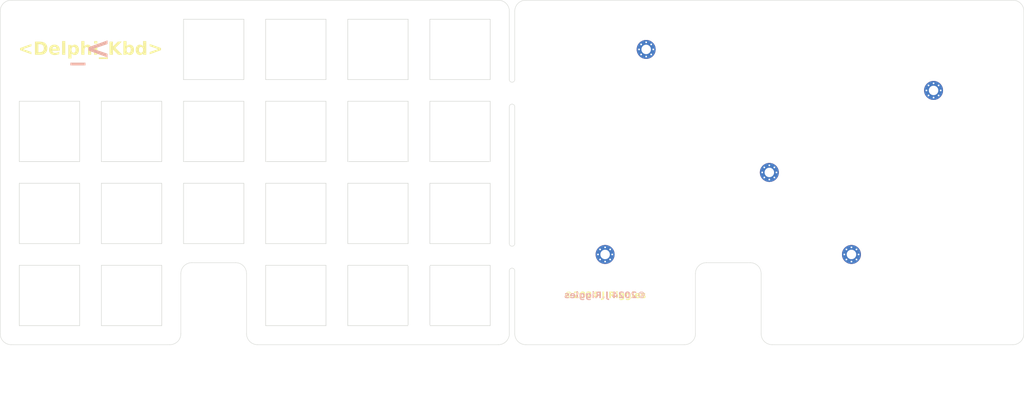
<source format=kicad_pcb>
(kicad_pcb (version 20221018) (generator pcbnew)
  (layers (0 "F.Cu" signal) (31 "B.Cu" signal) (34 "B.Paste" user) (35 "F.Paste" user) (36 "B.SilkS" user "B.Silkscreen") (37 "F.SilkS" user "F.Silkscreen") (38 "B.Mask" user) (39 "F.Mask" user) (44 "Edge.Cuts" user))
  (net 0 "")
  (footprint "kbd:Breakaway_Tabs" (layer "F.Cu") (at 122.555 93.345)
    (fp_text reference "REF**")
    (fp_text value "Breakaway_Tabs")
    (pad "" np_thru_hole circle (at -2.375 0) (size 0.3 0.3) (drill 0.3) (layers "*.Cu" "*.Mask"))
    (pad "" np_thru_hole circle (at -1.78125 0) (size 0.3 0.3) (drill 0.3) (layers "*.Cu" "*.Mask"))
    (pad "" np_thru_hole circle (at -1.1875 0) (size 0.3 0.3) (drill 0.3) (layers "*.Cu" "*.Mask"))
    (pad "" np_thru_hole circle (at -0.59375 0) (size 0.3 0.3) (drill 0.3) (layers "*.Cu" "*.Mask"))
    (pad "" np_thru_hole circle (at 0 0) (size 0.3 0.3) (drill 0.3) (layers "*.Cu" "*.Mask"))
    (pad "" np_thru_hole circle (at 0.59375 0) (size 0.3 0.3) (drill 0.3) (layers "*.Cu" "*.Mask"))
    (pad "" np_thru_hole circle (at 1.1875 0) (size 0.3 0.3) (drill 0.3) (layers "*.Cu" "*.Mask"))
    (pad "" np_thru_hole circle (at 1.78125 0) (size 0.3 0.3) (drill 0.3) (layers "*.Cu" "*.Mask"))
    (pad "" np_thru_hole circle (at 2.375 0) (size 0.3 0.3) (drill 0.3) (layers "*.Cu" "*.Mask"))
  )
  (footprint "kbd:SW_Hole" (layer "F.Cu") (at 93.98 100.33)
    (fp_text reference "SW42" hide)
    (fp_text value "KEY_SWITCH" hide)
    (fp_line (start -7 -7) (end -7 7) (stroke (width 0.12)) (layer "Edge.Cuts"))
    (fp_line (start -7 7) (end 7 7) (stroke (width 0.12)) (layer "Edge.Cuts"))
    (fp_line (start 7 -7) (end -7 -7) (stroke (width 0.12)) (layer "Edge.Cuts"))
    (fp_line (start 7 7) (end 7 -7) (stroke (width 0.12)) (layer "Edge.Cuts"))
  )
  (footprint "kbd:SW_Hole" (layer "F.Cu") (at 36.83 81.28)
    (fp_text reference "SW33" hide)
    (fp_text value "KEY_SWITCH" hide)
    (fp_line (start -7 -7) (end -7 7) (stroke (width 0.12)) (layer "Edge.Cuts"))
    (fp_line (start -7 7) (end 7 7) (stroke (width 0.12)) (layer "Edge.Cuts"))
    (fp_line (start 7 -7) (end -7 -7) (stroke (width 0.12)) (layer "Edge.Cuts"))
    (fp_line (start 7 7) (end 7 -7) (stroke (width 0.12)) (layer "Edge.Cuts"))
  )
  (footprint "kbd:Breakaway_Tabs" (layer "F.Cu") (at 122.555 107.315)
    (fp_text reference "REF**")
    (fp_text value "Breakaway_Tabs")
    (pad "" np_thru_hole circle (at -2.375 0) (size 0.3 0.3) (drill 0.3) (layers "*.Cu" "*.Mask"))
    (pad "" np_thru_hole circle (at -1.78125 0) (size 0.3 0.3) (drill 0.3) (layers "*.Cu" "*.Mask"))
    (pad "" np_thru_hole circle (at -1.1875 0) (size 0.3 0.3) (drill 0.3) (layers "*.Cu" "*.Mask"))
    (pad "" np_thru_hole circle (at -0.59375 0) (size 0.3 0.3) (drill 0.3) (layers "*.Cu" "*.Mask"))
    (pad "" np_thru_hole circle (at 0 0) (size 0.3 0.3) (drill 0.3) (layers "*.Cu" "*.Mask"))
    (pad "" np_thru_hole circle (at 0.59375 0) (size 0.3 0.3) (drill 0.3) (layers "*.Cu" "*.Mask"))
    (pad "" np_thru_hole circle (at 1.1875 0) (size 0.3 0.3) (drill 0.3) (layers "*.Cu" "*.Mask"))
    (pad "" np_thru_hole circle (at 1.78125 0) (size 0.3 0.3) (drill 0.3) (layers "*.Cu" "*.Mask"))
    (pad "" np_thru_hole circle (at 2.375 0) (size 0.3 0.3) (drill 0.3) (layers "*.Cu" "*.Mask"))
  )
  (footprint "kbd:SW_Hole" (layer "F.Cu") (at 36.83 62.23)
    (fp_text reference "SW27" hide)
    (fp_text value "KEY_SWITCH" hide)
    (fp_line (start -7 -7) (end -7 7) (stroke (width 0.12)) (layer "Edge.Cuts"))
    (fp_line (start -7 7) (end 7 7) (stroke (width 0.12)) (layer "Edge.Cuts"))
    (fp_line (start 7 -7) (end -7 -7) (stroke (width 0.12)) (layer "Edge.Cuts"))
    (fp_line (start 7 7) (end 7 -7) (stroke (width 0.12)) (layer "Edge.Cuts"))
  )
  (footprint "kbd:SW_Hole" (layer "F.Cu") (at 93.98 81.28)
    (fp_text reference "SW36" hide)
    (fp_text value "KEY_SWITCH" hide)
    (fp_line (start -7 -7) (end -7 7) (stroke (width 0.12)) (layer "Edge.Cuts"))
    (fp_line (start -7 7) (end 7 7) (stroke (width 0.12)) (layer "Edge.Cuts"))
    (fp_line (start 7 -7) (end -7 -7) (stroke (width 0.12)) (layer "Edge.Cuts"))
    (fp_line (start 7 7) (end 7 -7) (stroke (width 0.12)) (layer "Edge.Cuts"))
  )
  (footprint "" (layer "F.Cu") (at 144.145 52.705 -90)
    (fp_text reference "" (at 0 0 90) (layer "F.SilkS") (effects (font (size 1.27 1.27))))
    (fp_text value "" (at 0 0 90) (layer "F.SilkS") (effects (font (size 1.27 1.27))))
    (pad "" np_thru_hole circle (at 0 0 270) (size 0.7874 0.7874) (drill 0.7874) (layers "*.Cu" "*.Mask"))
  )
  (footprint "kbd:SW_Hole" (layer "F.Cu") (at 113.03 43.18)
    (fp_text reference "SW25" hide)
    (fp_text value "KEY_SWITCH" hide)
    (fp_line (start -7 -7) (end -7 7) (stroke (width 0.12)) (layer "Edge.Cuts"))
    (fp_line (start -7 7) (end 7 7) (stroke (width 0.12)) (layer "Edge.Cuts"))
    (fp_line (start 7 -7) (end -7 -7) (stroke (width 0.12)) (layer "Edge.Cuts"))
    (fp_line (start 7 7) (end 7 -7) (stroke (width 0.12)) (layer "Edge.Cuts"))
  )
  (footprint "kbd:SW_Hole" (layer "F.Cu") (at 113.03 62.23)
    (fp_text reference "SW31" hide)
    (fp_text value "KEY_SWITCH" hide)
    (fp_line (start -7 -7) (end -7 7) (stroke (width 0.12)) (layer "Edge.Cuts"))
    (fp_line (start -7 7) (end 7 7) (stroke (width 0.12)) (layer "Edge.Cuts"))
    (fp_line (start 7 -7) (end -7 -7) (stroke (width 0.12)) (layer "Edge.Cuts"))
    (fp_line (start 7 7) (end 7 -7) (stroke (width 0.12)) (layer "Edge.Cuts"))
  )
  (footprint "" (layer "F.Cu") (at 144.145 90.805 -90)
    (fp_text reference "" (at 0 0 90) (layer "F.SilkS") (effects (font (size 1.27 1.27))))
    (fp_text value "" (at 0 0 90) (layer "F.SilkS") (effects (font (size 1.27 1.27))))
    (pad "" np_thru_hole circle (at 0 0 270) (size 0.7874 0.7874) (drill 0.7874) (layers "*.Cu" "*.Mask"))
  )
  (footprint "" (layer "F.Cu") (at 144.145 51.435 -90)
    (fp_text reference "" (at 0 0 90) (layer "F.SilkS") (effects (font (size 1.27 1.27))))
    (fp_text value "" (at 0 0 90) (layer "F.SilkS") (effects (font (size 1.27 1.27))))
    (pad "" np_thru_hole circle (at 0 0 270) (size 0.7874 0.7874) (drill 0.7874) (layers "*.Cu" "*.Mask"))
  )
  (footprint "kbd:SW_Hole" (layer "F.Cu") (at 93.98 43.18)
    (fp_text reference "SW24" hide)
    (fp_text value "KEY_SWITCH" hide)
    (fp_line (start -7 -7) (end -7 7) (stroke (width 0.12)) (layer "Edge.Cuts"))
    (fp_line (start -7 7) (end 7 7) (stroke (width 0.12)) (layer "Edge.Cuts"))
    (fp_line (start 7 -7) (end -7 -7) (stroke (width 0.12)) (layer "Edge.Cuts"))
    (fp_line (start 7 7) (end 7 -7) (stroke (width 0.12)) (layer "Edge.Cuts"))
  )
  (footprint "" (layer "F.Cu") (at 144.145 53.975 -90)
    (fp_text reference "" (at 0 0 90) (layer "F.SilkS") (effects (font (size 1.27 1.27))))
    (fp_text value "" (at 0 0 90) (layer "F.SilkS") (effects (font (size 1.27 1.27))))
    (pad "" np_thru_hole circle (at 0 0 270) (size 0.7874 0.7874) (drill 0.7874) (layers "*.Cu" "*.Mask"))
  )
  (footprint "kbd:SW_Hole" (layer "F.Cu") (at 74.93 43.18)
    (fp_text reference "SW23" hide)
    (fp_text value "KEY_SWITCH" hide)
    (fp_line (start -7 -7) (end -7 7) (stroke (width 0.12)) (layer "Edge.Cuts"))
    (fp_line (start -7 7) (end 7 7) (stroke (width 0.12)) (layer "Edge.Cuts"))
    (fp_line (start 7 -7) (end -7 -7) (stroke (width 0.12)) (layer "Edge.Cuts"))
    (fp_line (start 7 7) (end 7 -7) (stroke (width 0.12)) (layer "Edge.Cuts"))
  )
  (footprint "kbd:SW_Hole" (layer "F.Cu") (at 113.03 81.28)
    (fp_text reference "SW37" hide)
    (fp_text value "KEY_SWITCH" hide)
    (fp_line (start -7 -7) (end -7 7) (stroke (width 0.12)) (layer "Edge.Cuts"))
    (fp_line (start -7 7) (end 7 7) (stroke (width 0.12)) (layer "Edge.Cuts"))
    (fp_line (start 7 -7) (end -7 -7) (stroke (width 0.12)) (layer "Edge.Cuts"))
    (fp_line (start 7 7) (end 7 -7) (stroke (width 0.12)) (layer "Edge.Cuts"))
  )
  (footprint "" (layer "F.Cu") (at 144.145 55.245 -90)
    (fp_text reference "" (at 0 0 90) (layer "F.SilkS") (effects (font (size 1.27 1.27))))
    (fp_text value "" (at 0 0 90) (layer "F.SilkS") (effects (font (size 1.27 1.27))))
    (pad "" np_thru_hole circle (at 0 0 270) (size 0.7874 0.7874) (drill 0.7874) (layers "*.Cu" "*.Mask"))
  )
  (footprint "kbd:SW_Hole" (layer "F.Cu") (at 132.08 43.18)
    (fp_text reference "SW26" hide)
    (fp_text value "KEY_SWITCH" hide)
    (fp_line (start -7 -7) (end -7 7) (stroke (width 0.12)) (layer "Edge.Cuts"))
    (fp_line (start -7 7) (end 7 7) (stroke (width 0.12)) (layer "Edge.Cuts"))
    (fp_line (start 7 -7) (end -7 -7) (stroke (width 0.12)) (layer "Edge.Cuts"))
    (fp_line (start 7 7) (end 7 -7) (stroke (width 0.12)) (layer "Edge.Cuts"))
  )
  (footprint "kbd:SW_Hole" (layer "F.Cu") (at 36.83 100.33)
    (fp_text reference "SW39" hide)
    (fp_text value "KEY_SWITCH" hide)
    (fp_line (start -7 -7) (end -7 7) (stroke (width 0.12)) (layer "Edge.Cuts"))
    (fp_line (start -7 7) (end 7 7) (stroke (width 0.12)) (layer "Edge.Cuts"))
    (fp_line (start 7 -7) (end -7 -7) (stroke (width 0.12)) (layer "Edge.Cuts"))
    (fp_line (start 7 7) (end 7 -7) (stroke (width 0.12)) (layer "Edge.Cuts"))
  )
  (footprint "MountingHole:MountingHole_2.2mm_M2_Pad_Via" (layer "F.Cu") (at 165.735 90.805)
    (fp_text reference "REF**" hide)
    (fp_text value "MountingHole_2.2mm_M2_Pad_Via")
    (pad "1" thru_hole circle (at -1.65 0) (size 0.7 0.7) (drill 0.4) (layers "*.Cu" "*.Mask"))
    (pad "1" thru_hole circle (at -1.166726 -1.166726) (size 0.7 0.7) (drill 0.4) (layers "*.Cu" "*.Mask"))
    (pad "1" thru_hole circle (at -1.166726 1.166726) (size 0.7 0.7) (drill 0.4) (layers "*.Cu" "*.Mask"))
    (pad "1" thru_hole circle (at 0 -1.65) (size 0.7 0.7) (drill 0.4) (layers "*.Cu" "*.Mask"))
    (pad "1" thru_hole circle (at 0 0) (size 4.4 4.4) (drill 2.2) (layers "*.Cu" "*.Mask"))
    (pad "1" thru_hole circle (at 0 1.65) (size 0.7 0.7) (drill 0.4) (layers "*.Cu" "*.Mask"))
    (pad "1" thru_hole circle (at 1.166726 -1.166726) (size 0.7 0.7) (drill 0.4) (layers "*.Cu" "*.Mask"))
    (pad "1" thru_hole circle (at 1.166726 1.166726) (size 0.7 0.7) (drill 0.4) (layers "*.Cu" "*.Mask"))
    (pad "1" thru_hole circle (at 1.65 0) (size 0.7 0.7) (drill 0.4) (layers "*.Cu" "*.Mask"))
  )
  (footprint "MountingHole:MountingHole_2.2mm_M2_Pad_Via" (layer "F.Cu") (at 175.26 43.18)
    (fp_text reference "REF**" hide)
    (fp_text value "MountingHole_2.2mm_M2_Pad_Via")
    (pad "1" thru_hole circle (at -1.65 0) (size 0.7 0.7) (drill 0.4) (layers "*.Cu" "*.Mask"))
    (pad "1" thru_hole circle (at -1.166726 -1.166726) (size 0.7 0.7) (drill 0.4) (layers "*.Cu" "*.Mask"))
    (pad "1" thru_hole circle (at -1.166726 1.166726) (size 0.7 0.7) (drill 0.4) (layers "*.Cu" "*.Mask"))
    (pad "1" thru_hole circle (at 0 -1.65) (size 0.7 0.7) (drill 0.4) (layers "*.Cu" "*.Mask"))
    (pad "1" thru_hole circle (at 0 0) (size 4.4 4.4) (drill 2.2) (layers "*.Cu" "*.Mask"))
    (pad "1" thru_hole circle (at 0 1.65) (size 0.7 0.7) (drill 0.4) (layers "*.Cu" "*.Mask"))
    (pad "1" thru_hole circle (at 1.166726 -1.166726) (size 0.7 0.7) (drill 0.4) (layers "*.Cu" "*.Mask"))
    (pad "1" thru_hole circle (at 1.166726 1.166726) (size 0.7 0.7) (drill 0.4) (layers "*.Cu" "*.Mask"))
    (pad "1" thru_hole circle (at 1.65 0) (size 0.7 0.7) (drill 0.4) (layers "*.Cu" "*.Mask"))
  )
  (footprint "" (layer "F.Cu") (at 144.145 89.535 -90)
    (fp_text reference "" (at 0 0 90) (layer "F.SilkS") (effects (font (size 1.27 1.27))))
    (fp_text value "" (at 0 0 90) (layer "F.SilkS") (effects (font (size 1.27 1.27))))
    (pad "" np_thru_hole circle (at 0 0 270) (size 0.7874 0.7874) (drill 0.7874) (layers "*.Cu" "*.Mask"))
  )
  (footprint "" (layer "F.Cu") (at 144.145 92.075 -90)
    (fp_text reference "" (at 0 0 90) (layer "F.SilkS") (effects (font (size 1.27 1.27))))
    (fp_text value "" (at 0 0 90) (layer "F.SilkS") (effects (font (size 1.27 1.27))))
    (pad "" np_thru_hole circle (at 0 0 270) (size 0.7874 0.7874) (drill 0.7874) (layers "*.Cu" "*.Mask"))
  )
  (footprint "kbd:SW_Hole" (layer "F.Cu") (at 132.08 100.33)
    (fp_text reference "SW38" hide)
    (fp_text value "KEY_SWITCH" hide)
    (fp_line (start -7 -7) (end -7 7) (stroke (width 0.12)) (layer "Edge.Cuts"))
    (fp_line (start -7 7) (end 7 7) (stroke (width 0.12)) (layer "Edge.Cuts"))
    (fp_line (start 7 -7) (end -7 -7) (stroke (width 0.12)) (layer "Edge.Cuts"))
    (fp_line (start 7 7) (end 7 -7) (stroke (width 0.12)) (layer "Edge.Cuts"))
  )
  (footprint "MountingHole:MountingHole_2.2mm_M2_Pad_Via" (layer "F.Cu") (at 222.885 90.805)
    (fp_text reference "REF**" hide)
    (fp_text value "MountingHole_2.2mm_M2_Pad_Via")
    (pad "1" thru_hole circle (at -1.65 0) (size 0.7 0.7) (drill 0.4) (layers "*.Cu" "*.Mask"))
    (pad "1" thru_hole circle (at -1.166726 -1.166726) (size 0.7 0.7) (drill 0.4) (layers "*.Cu" "*.Mask"))
    (pad "1" thru_hole circle (at -1.166726 1.166726) (size 0.7 0.7) (drill 0.4) (layers "*.Cu" "*.Mask"))
    (pad "1" thru_hole circle (at 0 -1.65) (size 0.7 0.7) (drill 0.4) (layers "*.Cu" "*.Mask"))
    (pad "1" thru_hole circle (at 0 0) (size 4.4 4.4) (drill 2.2) (layers "*.Cu" "*.Mask"))
    (pad "1" thru_hole circle (at 0 1.65) (size 0.7 0.7) (drill 0.4) (layers "*.Cu" "*.Mask"))
    (pad "1" thru_hole circle (at 1.166726 -1.166726) (size 0.7 0.7) (drill 0.4) (layers "*.Cu" "*.Mask"))
    (pad "1" thru_hole circle (at 1.166726 1.166726) (size 0.7 0.7) (drill 0.4) (layers "*.Cu" "*.Mask"))
    (pad "1" thru_hole circle (at 1.65 0) (size 0.7 0.7) (drill 0.4) (layers "*.Cu" "*.Mask"))
  )
  (footprint "kbd:SW_Hole" (layer "F.Cu") (at 93.98 62.23)
    (fp_text reference "SW30" hide)
    (fp_text value "KEY_SWITCH" hide)
    (fp_line (start -7 -7) (end -7 7) (stroke (width 0.12)) (layer "Edge.Cuts"))
    (fp_line (start -7 7) (end 7 7) (stroke (width 0.12)) (layer "Edge.Cuts"))
    (fp_line (start 7 -7) (end -7 -7) (stroke (width 0.12)) (layer "Edge.Cuts"))
    (fp_line (start 7 7) (end 7 -7) (stroke (width 0.12)) (layer "Edge.Cuts"))
  )
  (footprint "kbd:SW_Hole" (layer "F.Cu") (at 74.93 62.23)
    (fp_text reference "SW29" hide)
    (fp_text value "KEY_SWITCH" hide)
    (fp_line (start -7 -7) (end -7 7) (stroke (width 0.12)) (layer "Edge.Cuts"))
    (fp_line (start -7 7) (end 7 7) (stroke (width 0.12)) (layer "Edge.Cuts"))
    (fp_line (start 7 -7) (end -7 -7) (stroke (width 0.12)) (layer "Edge.Cuts"))
    (fp_line (start 7 7) (end 7 -7) (stroke (width 0.12)) (layer "Edge.Cuts"))
  )
  (footprint "kbd:SW_Hole" (layer "F.Cu") (at 55.88 100.33)
    (fp_text reference "SW40" hide)
    (fp_text value "KEY_SWITCH" hide)
    (fp_line (start -7 -7) (end -7 7) (stroke (width 0.12)) (layer "Edge.Cuts"))
    (fp_line (start -7 7) (end 7 7) (stroke (width 0.12)) (layer "Edge.Cuts"))
    (fp_line (start 7 -7) (end -7 -7) (stroke (width 0.12)) (layer "Edge.Cuts"))
    (fp_line (start 7 7) (end 7 -7) (stroke (width 0.12)) (layer "Edge.Cuts"))
  )
  (footprint "MountingHole:MountingHole_2.2mm_M2_Pad_Via" (layer "F.Cu") (at 241.935 52.705)
    (fp_text reference "REF**" hide)
    (fp_text value "MountingHole_2.2mm_M2_Pad_Via")
    (pad "1" thru_hole circle (at -1.65 0) (size 0.7 0.7) (drill 0.4) (layers "*.Cu" "*.Mask"))
    (pad "1" thru_hole circle (at -1.166726 -1.166726) (size 0.7 0.7) (drill 0.4) (layers "*.Cu" "*.Mask"))
    (pad "1" thru_hole circle (at -1.166726 1.166726) (size 0.7 0.7) (drill 0.4) (layers "*.Cu" "*.Mask"))
    (pad "1" thru_hole circle (at 0 -1.65) (size 0.7 0.7) (drill 0.4) (layers "*.Cu" "*.Mask"))
    (pad "1" thru_hole circle (at 0 0) (size 4.4 4.4) (drill 2.2) (layers "*.Cu" "*.Mask"))
    (pad "1" thru_hole circle (at 0 1.65) (size 0.7 0.7) (drill 0.4) (layers "*.Cu" "*.Mask"))
    (pad "1" thru_hole circle (at 1.166726 -1.166726) (size 0.7 0.7) (drill 0.4) (layers "*.Cu" "*.Mask"))
    (pad "1" thru_hole circle (at 1.166726 1.166726) (size 0.7 0.7) (drill 0.4) (layers "*.Cu" "*.Mask"))
    (pad "1" thru_hole circle (at 1.65 0) (size 0.7 0.7) (drill 0.4) (layers "*.Cu" "*.Mask"))
  )
  (footprint "kbd:SW_Hole" (layer "F.Cu") (at 113.03 100.33)
    (fp_text reference "SW37" hide)
    (fp_text value "KEY_SWITCH" hide)
    (fp_line (start -7 -7) (end -7 7) (stroke (width 0.12)) (layer "Edge.Cuts"))
    (fp_line (start -7 7) (end 7 7) (stroke (width 0.12)) (layer "Edge.Cuts"))
    (fp_line (start 7 -7) (end -7 -7) (stroke (width 0.12)) (layer "Edge.Cuts"))
    (fp_line (start 7 7) (end 7 -7) (stroke (width 0.12)) (layer "Edge.Cuts"))
  )
  (footprint "" (layer "F.Cu") (at 144.145 93.345 -90)
    (fp_text reference "" (at 0 0 90) (layer "F.SilkS") (effects (font (size 1.27 1.27))))
    (fp_text value "" (at 0 0 90) (layer "F.SilkS") (effects (font (size 1.27 1.27))))
    (pad "" np_thru_hole circle (at 0 0 270) (size 0.7874 0.7874) (drill 0.7874) (layers "*.Cu" "*.Mask"))
  )
  (footprint "kbd:SW_Hole" (layer "F.Cu") (at 55.88 81.28)
    (fp_text reference "SW34" hide)
    (fp_text value "KEY_SWITCH" hide)
    (fp_line (start -7 -7) (end -7 7) (stroke (width 0.12)) (layer "Edge.Cuts"))
    (fp_line (start -7 7) (end 7 7) (stroke (width 0.12)) (layer "Edge.Cuts"))
    (fp_line (start 7 -7) (end -7 -7) (stroke (width 0.12)) (layer "Edge.Cuts"))
    (fp_line (start 7 7) (end 7 -7) (stroke (width 0.12)) (layer "Edge.Cuts"))
  )
  (footprint "kbd:SW_Hole" (layer "F.Cu") (at 55.88 62.23)
    (fp_text reference "SW28" hide)
    (fp_text value "KEY_SWITCH" hide)
    (fp_line (start -7 -7) (end -7 7) (stroke (width 0.12)) (layer "Edge.Cuts"))
    (fp_line (start -7 7) (end 7 7) (stroke (width 0.12)) (layer "Edge.Cuts"))
    (fp_line (start 7 -7) (end -7 -7) (stroke (width 0.12)) (layer "Edge.Cuts"))
    (fp_line (start 7 7) (end 7 -7) (stroke (width 0.12)) (layer "Edge.Cuts"))
  )
  (footprint "kbd:SW_Hole" (layer "F.Cu") (at 74.93 81.28)
    (fp_text reference "SW35" hide)
    (fp_text value "KEY_SWITCH" hide)
    (fp_line (start -7 -7) (end -7 7) (stroke (width 0.12)) (layer "Edge.Cuts"))
    (fp_line (start -7 7) (end 7 7) (stroke (width 0.12)) (layer "Edge.Cuts"))
    (fp_line (start 7 -7) (end -7 -7) (stroke (width 0.12)) (layer "Edge.Cuts"))
    (fp_line (start 7 7) (end 7 -7) (stroke (width 0.12)) (layer "Edge.Cuts"))
  )
  (footprint "MountingHole:MountingHole_2.2mm_M2_Pad_Via" (layer "F.Cu") (at 203.835 71.755)
    (fp_text reference "REF**" hide)
    (fp_text value "MountingHole_2.2mm_M2_Pad_Via")
    (pad "1" thru_hole circle (at -1.65 0) (size 0.7 0.7) (drill 0.4) (layers "*.Cu" "*.Mask"))
    (pad "1" thru_hole circle (at -1.166726 -1.166726) (size 0.7 0.7) (drill 0.4) (layers "*.Cu" "*.Mask"))
    (pad "1" thru_hole circle (at -1.166726 1.166726) (size 0.7 0.7) (drill 0.4) (layers "*.Cu" "*.Mask"))
    (pad "1" thru_hole circle (at 0 -1.65) (size 0.7 0.7) (drill 0.4) (layers "*.Cu" "*.Mask"))
    (pad "1" thru_hole circle (at 0 0) (size 4.4 4.4) (drill 2.2) (layers "*.Cu" "*.Mask"))
    (pad "1" thru_hole circle (at 0 1.65) (size 0.7 0.7) (drill 0.4) (layers "*.Cu" "*.Mask"))
    (pad "1" thru_hole circle (at 1.166726 -1.166726) (size 0.7 0.7) (drill 0.4) (layers "*.Cu" "*.Mask"))
    (pad "1" thru_hole circle (at 1.166726 1.166726) (size 0.7 0.7) (drill 0.4) (layers "*.Cu" "*.Mask"))
    (pad "1" thru_hole circle (at 1.65 0) (size 0.7 0.7) (drill 0.4) (layers "*.Cu" "*.Mask"))
  )
  (footprint "kbd:SW_Hole" (layer "F.Cu") (at 132.08 62.23)
    (fp_text reference "SW32" hide)
    (fp_text value "KEY_SWITCH" hide)
    (fp_line (start -7 -7) (end -7 7) (stroke (width 0.12)) (layer "Edge.Cuts"))
    (fp_line (start -7 7) (end 7 7) (stroke (width 0.12)) (layer "Edge.Cuts"))
    (fp_line (start 7 -7) (end -7 -7) (stroke (width 0.12)) (layer "Edge.Cuts"))
    (fp_line (start 7 7) (end 7 -7) (stroke (width 0.12)) (layer "Edge.Cuts"))
  )
  (footprint "kbd:SW_Hole" (layer "F.Cu") (at 132.08 81.28)
    (fp_text reference "SW38" hide)
    (fp_text value "KEY_SWITCH" hide)
    (fp_line (start -7 -7) (end -7 7) (stroke (width 0.12)) (layer "Edge.Cuts"))
    (fp_line (start -7 7) (end 7 7) (stroke (width 0.12)) (layer "Edge.Cuts"))
    (fp_line (start 7 -7) (end -7 -7) (stroke (width 0.12)) (layer "Edge.Cuts"))
    (fp_line (start 7 7) (end 7 -7) (stroke (width 0.12)) (layer "Edge.Cuts"))
  )
  (gr_arc (start 80.01 92.71) (mid 81.806051 93.453949) (end 82.55 95.25) (stroke (width 0.1)) (layer "Edge.Cuts"))
  (gr_arc (start 199.39 92.71) (mid 201.186051 93.453949) (end 201.93 95.25) (stroke (width 0.1)) (layer "Edge.Cuts"))
  (gr_arc (start 67.31 95.25) (mid 68.053949 93.453949) (end 69.85 92.71) (stroke (width 0.1)) (layer "Edge.Cuts"))
  (gr_arc (start 25.4 34.29) (mid 26.143949 32.493949) (end 27.94 31.75) (stroke (width 0.1)) (layer "Edge.Cuts"))
  (gr_arc (start 143.51 56.515) (mid 144.145 55.88) (end 144.78 56.515) (stroke (width 0.1)) (layer "Edge.Cuts"))
  (gr_line (start 27.94 111.76) (end 64.77 111.76) (stroke (width 0.1)) (layer "Edge.Cuts"))
  (gr_arc (start 144.78 34.29) (mid 145.523949 32.493949) (end 147.32 31.75) (stroke (width 0.1)) (layer "Edge.Cuts"))
  (gr_arc (start 262.89 109.22) (mid 262.146051 111.016051) (end 260.35 111.76) (stroke (width 0.1)) (layer "Edge.Cuts"))
  (gr_line (start 143.51 88.265) (end 143.51 56.515) (stroke (width 0.1)) (layer "Edge.Cuts"))
  (gr_line (start 143.51 94.615) (end 143.51 109.22) (stroke (width 0.1)) (layer "Edge.Cuts"))
  (gr_line (start 262.89 34.29) (end 262.89 109.22) (stroke (width 0.1)) (layer "Edge.Cuts"))
  (gr_arc (start 186.69 109.22) (mid 185.946051 111.016051) (end 184.15 111.76) (stroke (width 0.1)) (layer "Edge.Cuts"))
  (gr_line (start 204.47 111.76) (end 260.35 111.76) (stroke (width 0.1)) (layer "Edge.Cuts"))
  (gr_line (start 144.78 88.265) (end 144.78 56.515) (stroke (width 0.1)) (layer "Edge.Cuts"))
  (gr_line (start 143.51 50.165) (end 143.51 34.29) (stroke (width 0.1)) (layer "Edge.Cuts"))
  (gr_arc (start 143.51 94.615) (mid 144.145 93.98) (end 144.78 94.615) (stroke (width 0.1)) (layer "Edge.Cuts"))
  (gr_line (start 80.01 92.71) (end 69.85 92.71) (stroke (width 0.1)) (layer "Edge.Cuts"))
  (gr_arc (start 204.47 111.76) (mid 202.673949 111.016051) (end 201.93 109.22) (stroke (width 0.1)) (layer "Edge.Cuts"))
  (gr_line (start 199.39 92.71) (end 189.23 92.71) (stroke (width 0.1)) (layer "Edge.Cuts"))
  (gr_arc (start 27.94 111.76) (mid 26.143949 111.016051) (end 25.4 109.22) (stroke (width 0.1)) (layer "Edge.Cuts"))
  (gr_line (start 144.78 50.165) (end 144.78 34.29) (stroke (width 0.1)) (layer "Edge.Cuts"))
  (gr_arc (start 143.51 109.22) (mid 142.766051 111.016051) (end 140.97 111.76) (stroke (width 0.1)) (layer "Edge.Cuts"))
  (gr_arc (start 260.35 31.75) (mid 262.146051 32.493949) (end 262.89 34.29) (stroke (width 0.1)) (layer "Edge.Cuts"))
  (gr_arc (start 140.97 31.75) (mid 142.766051 32.493949) (end 143.51 34.29) (stroke (width 0.1)) (layer "Edge.Cuts"))
  (gr_line (start 144.78 109.22) (end 144.78 94.615) (stroke (width 0.1)) (layer "Edge.Cuts"))
  (gr_line (start 147.32 31.75) (end 260.35 31.75) (stroke (width 0.1)) (layer "Edge.Cuts"))
  (gr_arc (start 147.32 111.76) (mid 145.523949 111.016051) (end 144.78 109.22) (stroke (width 0.1)) (layer "Edge.Cuts"))
  (gr_arc (start 186.69 95.25) (mid 187.433949 93.453949) (end 189.23 92.71) (stroke (width 0.1)) (layer "Edge.Cuts"))
  (gr_line (start 25.4 109.22) (end 25.4 34.29) (stroke (width 0.1)) (layer "Edge.Cuts"))
  (gr_arc (start 144.78 88.265) (mid 144.145 88.9) (end 143.51 88.265) (stroke (width 0.1)) (layer "Edge.Cuts"))
  (gr_arc (start 144.78 50.165) (mid 144.145 50.8) (end 143.51 50.165) (stroke (width 0.1)) (layer "Edge.Cuts"))
  (gr_line (start 67.31 95.25) (end 67.31 109.22) (stroke (width 0.1)) (layer "Edge.Cuts"))
  (gr_line (start 27.94 31.75) (end 140.97 31.75) (stroke (width 0.1)) (layer "Edge.Cuts"))
  (gr_arc (start 85.09 111.76) (mid 83.293949 111.016051) (end 82.55 109.22) (stroke (width 0.1)) (layer "Edge.Cuts"))
  (gr_line (start 85.09 111.76) (end 140.97 111.76) (stroke (width 0.1)) (layer "Edge.Cuts"))
  (gr_line (start 147.32 111.76) (end 184.15 111.76) (stroke (width 0.1)) (layer "Edge.Cuts"))
  (gr_line (start 201.93 109.22) (end 201.93 95.25) (stroke (width 0.1)) (layer "Edge.Cuts"))
  (gr_arc (start 67.31 109.22) (mid 66.566051 111.016051) (end 64.77 111.76) (stroke (width 0.1)) (layer "Edge.Cuts"))
  (gr_line (start 186.69 95.25) (end 186.69 109.22) (stroke (width 0.1)) (layer "Edge.Cuts"))
  (gr_line (start 82.55 109.22) (end 82.55 95.25) (stroke (width 0.1)) (layer "Edge.Cuts"))
  (gr_text ">_" (at 46.355 43.18) (layer "B.SilkS") (effects (font (size 5 5) (thickness 0.6) bold) (justify mirror)))
  (gr_text "©2024 J.Riggles" (at 165.735 100.33) (layer "B.SilkS") (effects (font (size 1.5 1.5) (thickness 0.3) bold) (justify mirror)))
  (gr_text "<Delphi_Kbd>" (at 46.355 43.18) (layer "F.SilkS") (effects (font (size 3 3) (thickness 0.6) bold)))
  (gr_text "©2024 J.Riggles" (at 165.735 100.33) (layer "F.SilkS") (effects (font (size 1.5 1.5) (thickness 0.3) bold)))
)
</source>
